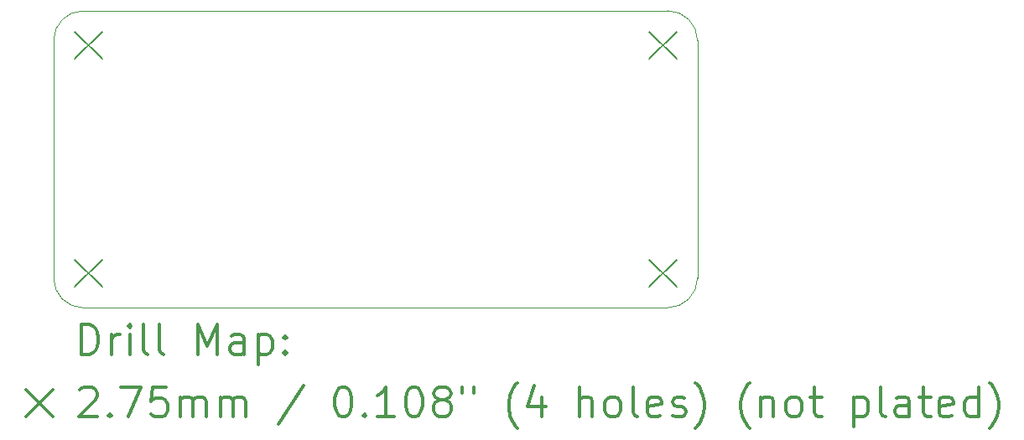
<source format=gbr>
%FSLAX45Y45*%
G04 Gerber Fmt 4.5, Leading zero omitted, Abs format (unit mm)*
G04 Created by KiCad (PCBNEW (5.1.6)-1) date 2025-04-15 16:12:10*
%MOMM*%
%LPD*%
G01*
G04 APERTURE LIST*
%TA.AperFunction,Profile*%
%ADD10C,0.100000*%
%TD*%
%ADD11C,0.200000*%
%ADD12C,0.300000*%
G04 APERTURE END LIST*
D10*
X12103700Y-9901350D02*
X18003700Y-9901350D01*
X11803700Y-7201350D02*
X11803700Y-9601350D01*
X11803700Y-9601350D02*
G75*
G03*
X12103700Y-9901350I300000J0D01*
G01*
X18003700Y-9901350D02*
G75*
G03*
X18303700Y-9601350I0J300000D01*
G01*
X12103700Y-6901350D02*
G75*
G03*
X11803700Y-7201350I0J-300000D01*
G01*
X12103700Y-6901350D02*
X18003700Y-6901350D01*
X18303700Y-7201350D02*
G75*
G03*
X18003700Y-6901350I-300000J0D01*
G01*
X18303700Y-7201350D02*
X18303700Y-9601350D01*
D11*
X12016200Y-7113850D02*
X12291200Y-7388850D01*
X12291200Y-7113850D02*
X12016200Y-7388850D01*
X12016200Y-9413850D02*
X12291200Y-9688850D01*
X12291200Y-9413850D02*
X12016200Y-9688850D01*
X17816200Y-9413850D02*
X18091200Y-9688850D01*
X18091200Y-9413850D02*
X17816200Y-9688850D01*
X17816200Y-7113850D02*
X18091200Y-7388850D01*
X18091200Y-7113850D02*
X17816200Y-7388850D01*
D12*
X12085128Y-10372064D02*
X12085128Y-10072064D01*
X12156557Y-10072064D01*
X12199414Y-10086350D01*
X12227986Y-10114922D01*
X12242271Y-10143493D01*
X12256557Y-10200636D01*
X12256557Y-10243493D01*
X12242271Y-10300636D01*
X12227986Y-10329207D01*
X12199414Y-10357779D01*
X12156557Y-10372064D01*
X12085128Y-10372064D01*
X12385128Y-10372064D02*
X12385128Y-10172064D01*
X12385128Y-10229207D02*
X12399414Y-10200636D01*
X12413700Y-10186350D01*
X12442271Y-10172064D01*
X12470843Y-10172064D01*
X12570843Y-10372064D02*
X12570843Y-10172064D01*
X12570843Y-10072064D02*
X12556557Y-10086350D01*
X12570843Y-10100636D01*
X12585128Y-10086350D01*
X12570843Y-10072064D01*
X12570843Y-10100636D01*
X12756557Y-10372064D02*
X12727986Y-10357779D01*
X12713700Y-10329207D01*
X12713700Y-10072064D01*
X12913700Y-10372064D02*
X12885128Y-10357779D01*
X12870843Y-10329207D01*
X12870843Y-10072064D01*
X13256557Y-10372064D02*
X13256557Y-10072064D01*
X13356557Y-10286350D01*
X13456557Y-10072064D01*
X13456557Y-10372064D01*
X13727986Y-10372064D02*
X13727986Y-10214922D01*
X13713700Y-10186350D01*
X13685128Y-10172064D01*
X13627986Y-10172064D01*
X13599414Y-10186350D01*
X13727986Y-10357779D02*
X13699414Y-10372064D01*
X13627986Y-10372064D01*
X13599414Y-10357779D01*
X13585128Y-10329207D01*
X13585128Y-10300636D01*
X13599414Y-10272064D01*
X13627986Y-10257779D01*
X13699414Y-10257779D01*
X13727986Y-10243493D01*
X13870843Y-10172064D02*
X13870843Y-10472064D01*
X13870843Y-10186350D02*
X13899414Y-10172064D01*
X13956557Y-10172064D01*
X13985128Y-10186350D01*
X13999414Y-10200636D01*
X14013700Y-10229207D01*
X14013700Y-10314922D01*
X13999414Y-10343493D01*
X13985128Y-10357779D01*
X13956557Y-10372064D01*
X13899414Y-10372064D01*
X13870843Y-10357779D01*
X14142271Y-10343493D02*
X14156557Y-10357779D01*
X14142271Y-10372064D01*
X14127986Y-10357779D01*
X14142271Y-10343493D01*
X14142271Y-10372064D01*
X14142271Y-10186350D02*
X14156557Y-10200636D01*
X14142271Y-10214922D01*
X14127986Y-10200636D01*
X14142271Y-10186350D01*
X14142271Y-10214922D01*
X11523700Y-10728850D02*
X11798700Y-11003850D01*
X11798700Y-10728850D02*
X11523700Y-11003850D01*
X12070843Y-10730636D02*
X12085128Y-10716350D01*
X12113700Y-10702064D01*
X12185128Y-10702064D01*
X12213700Y-10716350D01*
X12227986Y-10730636D01*
X12242271Y-10759207D01*
X12242271Y-10787779D01*
X12227986Y-10830636D01*
X12056557Y-11002064D01*
X12242271Y-11002064D01*
X12370843Y-10973493D02*
X12385128Y-10987779D01*
X12370843Y-11002064D01*
X12356557Y-10987779D01*
X12370843Y-10973493D01*
X12370843Y-11002064D01*
X12485128Y-10702064D02*
X12685128Y-10702064D01*
X12556557Y-11002064D01*
X12942271Y-10702064D02*
X12799414Y-10702064D01*
X12785128Y-10844922D01*
X12799414Y-10830636D01*
X12827986Y-10816350D01*
X12899414Y-10816350D01*
X12927986Y-10830636D01*
X12942271Y-10844922D01*
X12956557Y-10873493D01*
X12956557Y-10944922D01*
X12942271Y-10973493D01*
X12927986Y-10987779D01*
X12899414Y-11002064D01*
X12827986Y-11002064D01*
X12799414Y-10987779D01*
X12785128Y-10973493D01*
X13085128Y-11002064D02*
X13085128Y-10802064D01*
X13085128Y-10830636D02*
X13099414Y-10816350D01*
X13127986Y-10802064D01*
X13170843Y-10802064D01*
X13199414Y-10816350D01*
X13213700Y-10844922D01*
X13213700Y-11002064D01*
X13213700Y-10844922D02*
X13227986Y-10816350D01*
X13256557Y-10802064D01*
X13299414Y-10802064D01*
X13327986Y-10816350D01*
X13342271Y-10844922D01*
X13342271Y-11002064D01*
X13485128Y-11002064D02*
X13485128Y-10802064D01*
X13485128Y-10830636D02*
X13499414Y-10816350D01*
X13527986Y-10802064D01*
X13570843Y-10802064D01*
X13599414Y-10816350D01*
X13613700Y-10844922D01*
X13613700Y-11002064D01*
X13613700Y-10844922D02*
X13627986Y-10816350D01*
X13656557Y-10802064D01*
X13699414Y-10802064D01*
X13727986Y-10816350D01*
X13742271Y-10844922D01*
X13742271Y-11002064D01*
X14327986Y-10687779D02*
X14070843Y-11073493D01*
X14713700Y-10702064D02*
X14742271Y-10702064D01*
X14770843Y-10716350D01*
X14785128Y-10730636D01*
X14799414Y-10759207D01*
X14813700Y-10816350D01*
X14813700Y-10887779D01*
X14799414Y-10944922D01*
X14785128Y-10973493D01*
X14770843Y-10987779D01*
X14742271Y-11002064D01*
X14713700Y-11002064D01*
X14685128Y-10987779D01*
X14670843Y-10973493D01*
X14656557Y-10944922D01*
X14642271Y-10887779D01*
X14642271Y-10816350D01*
X14656557Y-10759207D01*
X14670843Y-10730636D01*
X14685128Y-10716350D01*
X14713700Y-10702064D01*
X14942271Y-10973493D02*
X14956557Y-10987779D01*
X14942271Y-11002064D01*
X14927986Y-10987779D01*
X14942271Y-10973493D01*
X14942271Y-11002064D01*
X15242271Y-11002064D02*
X15070843Y-11002064D01*
X15156557Y-11002064D02*
X15156557Y-10702064D01*
X15127986Y-10744922D01*
X15099414Y-10773493D01*
X15070843Y-10787779D01*
X15427986Y-10702064D02*
X15456557Y-10702064D01*
X15485128Y-10716350D01*
X15499414Y-10730636D01*
X15513700Y-10759207D01*
X15527986Y-10816350D01*
X15527986Y-10887779D01*
X15513700Y-10944922D01*
X15499414Y-10973493D01*
X15485128Y-10987779D01*
X15456557Y-11002064D01*
X15427986Y-11002064D01*
X15399414Y-10987779D01*
X15385128Y-10973493D01*
X15370843Y-10944922D01*
X15356557Y-10887779D01*
X15356557Y-10816350D01*
X15370843Y-10759207D01*
X15385128Y-10730636D01*
X15399414Y-10716350D01*
X15427986Y-10702064D01*
X15699414Y-10830636D02*
X15670843Y-10816350D01*
X15656557Y-10802064D01*
X15642271Y-10773493D01*
X15642271Y-10759207D01*
X15656557Y-10730636D01*
X15670843Y-10716350D01*
X15699414Y-10702064D01*
X15756557Y-10702064D01*
X15785128Y-10716350D01*
X15799414Y-10730636D01*
X15813700Y-10759207D01*
X15813700Y-10773493D01*
X15799414Y-10802064D01*
X15785128Y-10816350D01*
X15756557Y-10830636D01*
X15699414Y-10830636D01*
X15670843Y-10844922D01*
X15656557Y-10859207D01*
X15642271Y-10887779D01*
X15642271Y-10944922D01*
X15656557Y-10973493D01*
X15670843Y-10987779D01*
X15699414Y-11002064D01*
X15756557Y-11002064D01*
X15785128Y-10987779D01*
X15799414Y-10973493D01*
X15813700Y-10944922D01*
X15813700Y-10887779D01*
X15799414Y-10859207D01*
X15785128Y-10844922D01*
X15756557Y-10830636D01*
X15927986Y-10702064D02*
X15927986Y-10759207D01*
X16042271Y-10702064D02*
X16042271Y-10759207D01*
X16485128Y-11116350D02*
X16470843Y-11102064D01*
X16442271Y-11059207D01*
X16427986Y-11030636D01*
X16413700Y-10987779D01*
X16399414Y-10916350D01*
X16399414Y-10859207D01*
X16413700Y-10787779D01*
X16427986Y-10744922D01*
X16442271Y-10716350D01*
X16470843Y-10673493D01*
X16485128Y-10659207D01*
X16727986Y-10802064D02*
X16727986Y-11002064D01*
X16656557Y-10687779D02*
X16585128Y-10902064D01*
X16770843Y-10902064D01*
X17113700Y-11002064D02*
X17113700Y-10702064D01*
X17242271Y-11002064D02*
X17242271Y-10844922D01*
X17227986Y-10816350D01*
X17199414Y-10802064D01*
X17156557Y-10802064D01*
X17127986Y-10816350D01*
X17113700Y-10830636D01*
X17427986Y-11002064D02*
X17399414Y-10987779D01*
X17385128Y-10973493D01*
X17370843Y-10944922D01*
X17370843Y-10859207D01*
X17385128Y-10830636D01*
X17399414Y-10816350D01*
X17427986Y-10802064D01*
X17470843Y-10802064D01*
X17499414Y-10816350D01*
X17513700Y-10830636D01*
X17527986Y-10859207D01*
X17527986Y-10944922D01*
X17513700Y-10973493D01*
X17499414Y-10987779D01*
X17470843Y-11002064D01*
X17427986Y-11002064D01*
X17699414Y-11002064D02*
X17670843Y-10987779D01*
X17656557Y-10959207D01*
X17656557Y-10702064D01*
X17927986Y-10987779D02*
X17899414Y-11002064D01*
X17842271Y-11002064D01*
X17813700Y-10987779D01*
X17799414Y-10959207D01*
X17799414Y-10844922D01*
X17813700Y-10816350D01*
X17842271Y-10802064D01*
X17899414Y-10802064D01*
X17927986Y-10816350D01*
X17942271Y-10844922D01*
X17942271Y-10873493D01*
X17799414Y-10902064D01*
X18056557Y-10987779D02*
X18085128Y-11002064D01*
X18142271Y-11002064D01*
X18170843Y-10987779D01*
X18185128Y-10959207D01*
X18185128Y-10944922D01*
X18170843Y-10916350D01*
X18142271Y-10902064D01*
X18099414Y-10902064D01*
X18070843Y-10887779D01*
X18056557Y-10859207D01*
X18056557Y-10844922D01*
X18070843Y-10816350D01*
X18099414Y-10802064D01*
X18142271Y-10802064D01*
X18170843Y-10816350D01*
X18285128Y-11116350D02*
X18299414Y-11102064D01*
X18327986Y-11059207D01*
X18342271Y-11030636D01*
X18356557Y-10987779D01*
X18370843Y-10916350D01*
X18370843Y-10859207D01*
X18356557Y-10787779D01*
X18342271Y-10744922D01*
X18327986Y-10716350D01*
X18299414Y-10673493D01*
X18285128Y-10659207D01*
X18827986Y-11116350D02*
X18813700Y-11102064D01*
X18785128Y-11059207D01*
X18770843Y-11030636D01*
X18756557Y-10987779D01*
X18742271Y-10916350D01*
X18742271Y-10859207D01*
X18756557Y-10787779D01*
X18770843Y-10744922D01*
X18785128Y-10716350D01*
X18813700Y-10673493D01*
X18827986Y-10659207D01*
X18942271Y-10802064D02*
X18942271Y-11002064D01*
X18942271Y-10830636D02*
X18956557Y-10816350D01*
X18985128Y-10802064D01*
X19027986Y-10802064D01*
X19056557Y-10816350D01*
X19070843Y-10844922D01*
X19070843Y-11002064D01*
X19256557Y-11002064D02*
X19227986Y-10987779D01*
X19213700Y-10973493D01*
X19199414Y-10944922D01*
X19199414Y-10859207D01*
X19213700Y-10830636D01*
X19227986Y-10816350D01*
X19256557Y-10802064D01*
X19299414Y-10802064D01*
X19327986Y-10816350D01*
X19342271Y-10830636D01*
X19356557Y-10859207D01*
X19356557Y-10944922D01*
X19342271Y-10973493D01*
X19327986Y-10987779D01*
X19299414Y-11002064D01*
X19256557Y-11002064D01*
X19442271Y-10802064D02*
X19556557Y-10802064D01*
X19485128Y-10702064D02*
X19485128Y-10959207D01*
X19499414Y-10987779D01*
X19527986Y-11002064D01*
X19556557Y-11002064D01*
X19885128Y-10802064D02*
X19885128Y-11102064D01*
X19885128Y-10816350D02*
X19913700Y-10802064D01*
X19970843Y-10802064D01*
X19999414Y-10816350D01*
X20013700Y-10830636D01*
X20027986Y-10859207D01*
X20027986Y-10944922D01*
X20013700Y-10973493D01*
X19999414Y-10987779D01*
X19970843Y-11002064D01*
X19913700Y-11002064D01*
X19885128Y-10987779D01*
X20199414Y-11002064D02*
X20170843Y-10987779D01*
X20156557Y-10959207D01*
X20156557Y-10702064D01*
X20442271Y-11002064D02*
X20442271Y-10844922D01*
X20427986Y-10816350D01*
X20399414Y-10802064D01*
X20342271Y-10802064D01*
X20313700Y-10816350D01*
X20442271Y-10987779D02*
X20413700Y-11002064D01*
X20342271Y-11002064D01*
X20313700Y-10987779D01*
X20299414Y-10959207D01*
X20299414Y-10930636D01*
X20313700Y-10902064D01*
X20342271Y-10887779D01*
X20413700Y-10887779D01*
X20442271Y-10873493D01*
X20542271Y-10802064D02*
X20656557Y-10802064D01*
X20585128Y-10702064D02*
X20585128Y-10959207D01*
X20599414Y-10987779D01*
X20627986Y-11002064D01*
X20656557Y-11002064D01*
X20870843Y-10987779D02*
X20842271Y-11002064D01*
X20785128Y-11002064D01*
X20756557Y-10987779D01*
X20742271Y-10959207D01*
X20742271Y-10844922D01*
X20756557Y-10816350D01*
X20785128Y-10802064D01*
X20842271Y-10802064D01*
X20870843Y-10816350D01*
X20885128Y-10844922D01*
X20885128Y-10873493D01*
X20742271Y-10902064D01*
X21142271Y-11002064D02*
X21142271Y-10702064D01*
X21142271Y-10987779D02*
X21113700Y-11002064D01*
X21056557Y-11002064D01*
X21027986Y-10987779D01*
X21013700Y-10973493D01*
X20999414Y-10944922D01*
X20999414Y-10859207D01*
X21013700Y-10830636D01*
X21027986Y-10816350D01*
X21056557Y-10802064D01*
X21113700Y-10802064D01*
X21142271Y-10816350D01*
X21256557Y-11116350D02*
X21270843Y-11102064D01*
X21299414Y-11059207D01*
X21313700Y-11030636D01*
X21327986Y-10987779D01*
X21342271Y-10916350D01*
X21342271Y-10859207D01*
X21327986Y-10787779D01*
X21313700Y-10744922D01*
X21299414Y-10716350D01*
X21270843Y-10673493D01*
X21256557Y-10659207D01*
M02*

</source>
